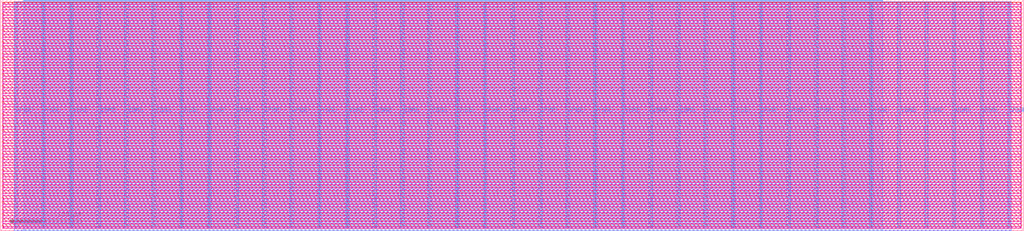
<source format=lef>
VERSION 5.7 ;
  NOWIREEXTENSIONATPIN ON ;
  DIVIDERCHAR "/" ;
  BUSBITCHARS "[]" ;
MACRO tt_um_gf0p2_faust_top
  CLASS BLOCK ;
  FOREIGN tt_um_gf0p2_faust_top ;
  ORIGIN 0.000 0.000 ;
  SIZE 1440.320 BY 325.360 ;
  PIN VGND
    DIRECTION INOUT ;
    USE GROUND ;
    PORT
      LAYER Metal4 ;
        RECT 22.180 3.620 23.780 321.740 ;
    END
    PORT
      LAYER Metal4 ;
        RECT 61.050 3.620 62.650 321.740 ;
    END
    PORT
      LAYER Metal4 ;
        RECT 99.920 3.620 101.520 321.740 ;
    END
    PORT
      LAYER Metal4 ;
        RECT 138.790 3.620 140.390 321.740 ;
    END
    PORT
      LAYER Metal4 ;
        RECT 177.660 3.620 179.260 321.740 ;
    END
    PORT
      LAYER Metal4 ;
        RECT 216.530 3.620 218.130 321.740 ;
    END
    PORT
      LAYER Metal4 ;
        RECT 255.400 3.620 257.000 321.740 ;
    END
    PORT
      LAYER Metal4 ;
        RECT 294.270 3.620 295.870 321.740 ;
    END
    PORT
      LAYER Metal4 ;
        RECT 333.140 3.620 334.740 321.740 ;
    END
    PORT
      LAYER Metal4 ;
        RECT 372.010 3.620 373.610 321.740 ;
    END
    PORT
      LAYER Metal4 ;
        RECT 410.880 3.620 412.480 321.740 ;
    END
    PORT
      LAYER Metal4 ;
        RECT 449.750 3.620 451.350 321.740 ;
    END
    PORT
      LAYER Metal4 ;
        RECT 488.620 3.620 490.220 321.740 ;
    END
    PORT
      LAYER Metal4 ;
        RECT 527.490 3.620 529.090 321.740 ;
    END
    PORT
      LAYER Metal4 ;
        RECT 566.360 3.620 567.960 321.740 ;
    END
    PORT
      LAYER Metal4 ;
        RECT 605.230 3.620 606.830 321.740 ;
    END
    PORT
      LAYER Metal4 ;
        RECT 644.100 3.620 645.700 321.740 ;
    END
    PORT
      LAYER Metal4 ;
        RECT 682.970 3.620 684.570 321.740 ;
    END
    PORT
      LAYER Metal4 ;
        RECT 721.840 3.620 723.440 321.740 ;
    END
    PORT
      LAYER Metal4 ;
        RECT 760.710 3.620 762.310 321.740 ;
    END
    PORT
      LAYER Metal4 ;
        RECT 799.580 3.620 801.180 321.740 ;
    END
    PORT
      LAYER Metal4 ;
        RECT 838.450 3.620 840.050 321.740 ;
    END
    PORT
      LAYER Metal4 ;
        RECT 877.320 3.620 878.920 321.740 ;
    END
    PORT
      LAYER Metal4 ;
        RECT 916.190 3.620 917.790 321.740 ;
    END
    PORT
      LAYER Metal4 ;
        RECT 955.060 3.620 956.660 321.740 ;
    END
    PORT
      LAYER Metal4 ;
        RECT 993.930 3.620 995.530 321.740 ;
    END
    PORT
      LAYER Metal4 ;
        RECT 1032.800 3.620 1034.400 321.740 ;
    END
    PORT
      LAYER Metal4 ;
        RECT 1071.670 3.620 1073.270 321.740 ;
    END
    PORT
      LAYER Metal4 ;
        RECT 1110.540 3.620 1112.140 321.740 ;
    END
    PORT
      LAYER Metal4 ;
        RECT 1149.410 3.620 1151.010 321.740 ;
    END
    PORT
      LAYER Metal4 ;
        RECT 1188.280 3.620 1189.880 321.740 ;
    END
    PORT
      LAYER Metal4 ;
        RECT 1227.150 3.620 1228.750 321.740 ;
    END
    PORT
      LAYER Metal4 ;
        RECT 1266.020 3.620 1267.620 321.740 ;
    END
    PORT
      LAYER Metal4 ;
        RECT 1304.890 3.620 1306.490 321.740 ;
    END
    PORT
      LAYER Metal4 ;
        RECT 1343.760 3.620 1345.360 321.740 ;
    END
    PORT
      LAYER Metal4 ;
        RECT 1382.630 3.620 1384.230 321.740 ;
    END
    PORT
      LAYER Metal4 ;
        RECT 1421.500 3.620 1423.100 321.740 ;
    END
  END VGND
  PIN VPWR
    DIRECTION INOUT ;
    USE POWER ;
    PORT
      LAYER Metal4 ;
        RECT 18.880 3.620 20.480 321.740 ;
    END
    PORT
      LAYER Metal4 ;
        RECT 57.750 3.620 59.350 321.740 ;
    END
    PORT
      LAYER Metal4 ;
        RECT 96.620 3.620 98.220 321.740 ;
    END
    PORT
      LAYER Metal4 ;
        RECT 135.490 3.620 137.090 321.740 ;
    END
    PORT
      LAYER Metal4 ;
        RECT 174.360 3.620 175.960 321.740 ;
    END
    PORT
      LAYER Metal4 ;
        RECT 213.230 3.620 214.830 321.740 ;
    END
    PORT
      LAYER Metal4 ;
        RECT 252.100 3.620 253.700 321.740 ;
    END
    PORT
      LAYER Metal4 ;
        RECT 290.970 3.620 292.570 321.740 ;
    END
    PORT
      LAYER Metal4 ;
        RECT 329.840 3.620 331.440 321.740 ;
    END
    PORT
      LAYER Metal4 ;
        RECT 368.710 3.620 370.310 321.740 ;
    END
    PORT
      LAYER Metal4 ;
        RECT 407.580 3.620 409.180 321.740 ;
    END
    PORT
      LAYER Metal4 ;
        RECT 446.450 3.620 448.050 321.740 ;
    END
    PORT
      LAYER Metal4 ;
        RECT 485.320 3.620 486.920 321.740 ;
    END
    PORT
      LAYER Metal4 ;
        RECT 524.190 3.620 525.790 321.740 ;
    END
    PORT
      LAYER Metal4 ;
        RECT 563.060 3.620 564.660 321.740 ;
    END
    PORT
      LAYER Metal4 ;
        RECT 601.930 3.620 603.530 321.740 ;
    END
    PORT
      LAYER Metal4 ;
        RECT 640.800 3.620 642.400 321.740 ;
    END
    PORT
      LAYER Metal4 ;
        RECT 679.670 3.620 681.270 321.740 ;
    END
    PORT
      LAYER Metal4 ;
        RECT 718.540 3.620 720.140 321.740 ;
    END
    PORT
      LAYER Metal4 ;
        RECT 757.410 3.620 759.010 321.740 ;
    END
    PORT
      LAYER Metal4 ;
        RECT 796.280 3.620 797.880 321.740 ;
    END
    PORT
      LAYER Metal4 ;
        RECT 835.150 3.620 836.750 321.740 ;
    END
    PORT
      LAYER Metal4 ;
        RECT 874.020 3.620 875.620 321.740 ;
    END
    PORT
      LAYER Metal4 ;
        RECT 912.890 3.620 914.490 321.740 ;
    END
    PORT
      LAYER Metal4 ;
        RECT 951.760 3.620 953.360 321.740 ;
    END
    PORT
      LAYER Metal4 ;
        RECT 990.630 3.620 992.230 321.740 ;
    END
    PORT
      LAYER Metal4 ;
        RECT 1029.500 3.620 1031.100 321.740 ;
    END
    PORT
      LAYER Metal4 ;
        RECT 1068.370 3.620 1069.970 321.740 ;
    END
    PORT
      LAYER Metal4 ;
        RECT 1107.240 3.620 1108.840 321.740 ;
    END
    PORT
      LAYER Metal4 ;
        RECT 1146.110 3.620 1147.710 321.740 ;
    END
    PORT
      LAYER Metal4 ;
        RECT 1184.980 3.620 1186.580 321.740 ;
    END
    PORT
      LAYER Metal4 ;
        RECT 1223.850 3.620 1225.450 321.740 ;
    END
    PORT
      LAYER Metal4 ;
        RECT 1262.720 3.620 1264.320 321.740 ;
    END
    PORT
      LAYER Metal4 ;
        RECT 1301.590 3.620 1303.190 321.740 ;
    END
    PORT
      LAYER Metal4 ;
        RECT 1340.460 3.620 1342.060 321.740 ;
    END
    PORT
      LAYER Metal4 ;
        RECT 1379.330 3.620 1380.930 321.740 ;
    END
    PORT
      LAYER Metal4 ;
        RECT 1418.200 3.620 1419.800 321.740 ;
    END
  END VPWR
  PIN clk
    DIRECTION INPUT ;
    USE SIGNAL ;
    ANTENNAGATEAREA 4.738000 ;
    PORT
      LAYER Metal4 ;
        RECT 331.090 324.360 331.390 325.360 ;
    END
  END clk
  PIN ena
    DIRECTION INPUT ;
    USE SIGNAL ;
    PORT
      LAYER Metal4 ;
        RECT 338.370 324.360 338.670 325.360 ;
    END
  END ena
  PIN rst_n
    DIRECTION INPUT ;
    USE SIGNAL ;
    ANTENNAGATEAREA 1.183000 ;
    PORT
      LAYER Metal4 ;
        RECT 323.810 324.360 324.110 325.360 ;
    END
  END rst_n
  PIN ui_in[0]
    DIRECTION INPUT ;
    USE SIGNAL ;
    ANTENNAGATEAREA 0.396000 ;
    PORT
      LAYER Metal4 ;
        RECT 316.530 324.360 316.830 325.360 ;
    END
  END ui_in[0]
  PIN ui_in[1]
    DIRECTION INPUT ;
    USE SIGNAL ;
    ANTENNAGATEAREA 0.396000 ;
    PORT
      LAYER Metal4 ;
        RECT 309.250 324.360 309.550 325.360 ;
    END
  END ui_in[1]
  PIN ui_in[2]
    DIRECTION INPUT ;
    USE SIGNAL ;
    ANTENNAGATEAREA 0.396000 ;
    PORT
      LAYER Metal4 ;
        RECT 301.970 324.360 302.270 325.360 ;
    END
  END ui_in[2]
  PIN ui_in[3]
    DIRECTION INPUT ;
    USE SIGNAL ;
    ANTENNAGATEAREA 0.396000 ;
    PORT
      LAYER Metal4 ;
        RECT 294.690 324.360 294.990 325.360 ;
    END
  END ui_in[3]
  PIN ui_in[4]
    DIRECTION INPUT ;
    USE SIGNAL ;
    ANTENNAGATEAREA 0.396000 ;
    PORT
      LAYER Metal4 ;
        RECT 287.410 324.360 287.710 325.360 ;
    END
  END ui_in[4]
  PIN ui_in[5]
    DIRECTION INPUT ;
    USE SIGNAL ;
    ANTENNAGATEAREA 0.396000 ;
    PORT
      LAYER Metal4 ;
        RECT 280.130 324.360 280.430 325.360 ;
    END
  END ui_in[5]
  PIN ui_in[6]
    DIRECTION INPUT ;
    USE SIGNAL ;
    ANTENNAGATEAREA 0.396000 ;
    PORT
      LAYER Metal4 ;
        RECT 272.850 324.360 273.150 325.360 ;
    END
  END ui_in[6]
  PIN ui_in[7]
    DIRECTION INPUT ;
    USE SIGNAL ;
    ANTENNAGATEAREA 0.396000 ;
    PORT
      LAYER Metal4 ;
        RECT 265.570 324.360 265.870 325.360 ;
    END
  END ui_in[7]
  PIN uio_in[0]
    DIRECTION INPUT ;
    USE SIGNAL ;
    PORT
      LAYER Metal4 ;
        RECT 258.290 324.360 258.590 325.360 ;
    END
  END uio_in[0]
  PIN uio_in[1]
    DIRECTION INPUT ;
    USE SIGNAL ;
    PORT
      LAYER Metal4 ;
        RECT 251.010 324.360 251.310 325.360 ;
    END
  END uio_in[1]
  PIN uio_in[2]
    DIRECTION INPUT ;
    USE SIGNAL ;
    PORT
      LAYER Metal4 ;
        RECT 243.730 324.360 244.030 325.360 ;
    END
  END uio_in[2]
  PIN uio_in[3]
    DIRECTION INPUT ;
    USE SIGNAL ;
    PORT
      LAYER Metal4 ;
        RECT 236.450 324.360 236.750 325.360 ;
    END
  END uio_in[3]
  PIN uio_in[4]
    DIRECTION INPUT ;
    USE SIGNAL ;
    PORT
      LAYER Metal4 ;
        RECT 229.170 324.360 229.470 325.360 ;
    END
  END uio_in[4]
  PIN uio_in[5]
    DIRECTION INPUT ;
    USE SIGNAL ;
    PORT
      LAYER Metal4 ;
        RECT 221.890 324.360 222.190 325.360 ;
    END
  END uio_in[5]
  PIN uio_in[6]
    DIRECTION INPUT ;
    USE SIGNAL ;
    PORT
      LAYER Metal4 ;
        RECT 214.610 324.360 214.910 325.360 ;
    END
  END uio_in[6]
  PIN uio_in[7]
    DIRECTION INPUT ;
    USE SIGNAL ;
    PORT
      LAYER Metal4 ;
        RECT 207.330 324.360 207.630 325.360 ;
    END
  END uio_in[7]
  PIN uio_oe[0]
    DIRECTION OUTPUT ;
    USE SIGNAL ;
    ANTENNADIFFAREA 0.360800 ;
    PORT
      LAYER Metal4 ;
        RECT 83.570 324.360 83.870 325.360 ;
    END
  END uio_oe[0]
  PIN uio_oe[1]
    DIRECTION OUTPUT ;
    USE SIGNAL ;
    ANTENNADIFFAREA 0.360800 ;
    PORT
      LAYER Metal4 ;
        RECT 76.290 324.360 76.590 325.360 ;
    END
  END uio_oe[1]
  PIN uio_oe[2]
    DIRECTION OUTPUT ;
    USE SIGNAL ;
    ANTENNADIFFAREA 0.360800 ;
    PORT
      LAYER Metal4 ;
        RECT 69.010 324.360 69.310 325.360 ;
    END
  END uio_oe[2]
  PIN uio_oe[3]
    DIRECTION OUTPUT ;
    USE SIGNAL ;
    ANTENNADIFFAREA 0.360800 ;
    PORT
      LAYER Metal4 ;
        RECT 61.730 324.360 62.030 325.360 ;
    END
  END uio_oe[3]
  PIN uio_oe[4]
    DIRECTION OUTPUT ;
    USE SIGNAL ;
    ANTENNADIFFAREA 0.360800 ;
    PORT
      LAYER Metal4 ;
        RECT 54.450 324.360 54.750 325.360 ;
    END
  END uio_oe[4]
  PIN uio_oe[5]
    DIRECTION OUTPUT ;
    USE SIGNAL ;
    ANTENNADIFFAREA 0.360800 ;
    PORT
      LAYER Metal4 ;
        RECT 47.170 324.360 47.470 325.360 ;
    END
  END uio_oe[5]
  PIN uio_oe[6]
    DIRECTION OUTPUT ;
    USE SIGNAL ;
    ANTENNADIFFAREA 0.360800 ;
    PORT
      LAYER Metal4 ;
        RECT 39.890 324.360 40.190 325.360 ;
    END
  END uio_oe[6]
  PIN uio_oe[7]
    DIRECTION OUTPUT ;
    USE SIGNAL ;
    ANTENNADIFFAREA 0.360800 ;
    PORT
      LAYER Metal4 ;
        RECT 32.610 324.360 32.910 325.360 ;
    END
  END uio_oe[7]
  PIN uio_out[0]
    DIRECTION OUTPUT ;
    USE SIGNAL ;
    ANTENNADIFFAREA 0.360800 ;
    PORT
      LAYER Metal4 ;
        RECT 141.810 324.360 142.110 325.360 ;
    END
  END uio_out[0]
  PIN uio_out[1]
    DIRECTION OUTPUT ;
    USE SIGNAL ;
    ANTENNADIFFAREA 0.360800 ;
    PORT
      LAYER Metal4 ;
        RECT 134.530 324.360 134.830 325.360 ;
    END
  END uio_out[1]
  PIN uio_out[2]
    DIRECTION OUTPUT ;
    USE SIGNAL ;
    ANTENNADIFFAREA 0.360800 ;
    PORT
      LAYER Metal4 ;
        RECT 127.250 324.360 127.550 325.360 ;
    END
  END uio_out[2]
  PIN uio_out[3]
    DIRECTION OUTPUT ;
    USE SIGNAL ;
    ANTENNADIFFAREA 0.360800 ;
    PORT
      LAYER Metal4 ;
        RECT 119.970 324.360 120.270 325.360 ;
    END
  END uio_out[3]
  PIN uio_out[4]
    DIRECTION OUTPUT ;
    USE SIGNAL ;
    ANTENNADIFFAREA 0.360800 ;
    PORT
      LAYER Metal4 ;
        RECT 112.690 324.360 112.990 325.360 ;
    END
  END uio_out[4]
  PIN uio_out[5]
    DIRECTION OUTPUT ;
    USE SIGNAL ;
    ANTENNADIFFAREA 0.360800 ;
    PORT
      LAYER Metal4 ;
        RECT 105.410 324.360 105.710 325.360 ;
    END
  END uio_out[5]
  PIN uio_out[6]
    DIRECTION OUTPUT ;
    USE SIGNAL ;
    ANTENNADIFFAREA 0.360800 ;
    PORT
      LAYER Metal4 ;
        RECT 98.130 324.360 98.430 325.360 ;
    END
  END uio_out[6]
  PIN uio_out[7]
    DIRECTION OUTPUT ;
    USE SIGNAL ;
    ANTENNADIFFAREA 0.360800 ;
    PORT
      LAYER Metal4 ;
        RECT 90.850 324.360 91.150 325.360 ;
    END
  END uio_out[7]
  PIN uo_out[0]
    DIRECTION OUTPUT ;
    USE SIGNAL ;
    ANTENNAGATEAREA 1.102000 ;
    ANTENNADIFFAREA 2.604400 ;
    PORT
      LAYER Metal4 ;
        RECT 200.050 324.360 200.350 325.360 ;
    END
  END uo_out[0]
  PIN uo_out[1]
    DIRECTION OUTPUT ;
    USE SIGNAL ;
    ANTENNAGATEAREA 1.102000 ;
    ANTENNADIFFAREA 2.604400 ;
    PORT
      LAYER Metal4 ;
        RECT 192.770 324.360 193.070 325.360 ;
    END
  END uo_out[1]
  PIN uo_out[2]
    DIRECTION OUTPUT ;
    USE SIGNAL ;
    ANTENNAGATEAREA 1.102000 ;
    ANTENNADIFFAREA 2.604400 ;
    PORT
      LAYER Metal4 ;
        RECT 185.490 324.360 185.790 325.360 ;
    END
  END uo_out[2]
  PIN uo_out[3]
    DIRECTION OUTPUT ;
    USE SIGNAL ;
    ANTENNAGATEAREA 1.102000 ;
    ANTENNADIFFAREA 2.604400 ;
    PORT
      LAYER Metal4 ;
        RECT 178.210 324.360 178.510 325.360 ;
    END
  END uo_out[3]
  PIN uo_out[4]
    DIRECTION OUTPUT ;
    USE SIGNAL ;
    ANTENNAGATEAREA 1.102000 ;
    ANTENNADIFFAREA 2.604400 ;
    PORT
      LAYER Metal4 ;
        RECT 170.930 324.360 171.230 325.360 ;
    END
  END uo_out[4]
  PIN uo_out[5]
    DIRECTION OUTPUT ;
    USE SIGNAL ;
    ANTENNAGATEAREA 1.102000 ;
    ANTENNADIFFAREA 2.604400 ;
    PORT
      LAYER Metal4 ;
        RECT 163.650 324.360 163.950 325.360 ;
    END
  END uo_out[5]
  PIN uo_out[6]
    DIRECTION OUTPUT ;
    USE SIGNAL ;
    ANTENNAGATEAREA 1.102000 ;
    ANTENNADIFFAREA 2.604400 ;
    PORT
      LAYER Metal4 ;
        RECT 156.370 324.360 156.670 325.360 ;
    END
  END uo_out[6]
  PIN uo_out[7]
    DIRECTION OUTPUT ;
    USE SIGNAL ;
    ANTENNAGATEAREA 1.102000 ;
    ANTENNADIFFAREA 2.604400 ;
    PORT
      LAYER Metal4 ;
        RECT 149.090 324.360 149.390 325.360 ;
    END
  END uo_out[7]
  OBS
      LAYER Nwell ;
        RECT 2.930 319.280 1437.390 321.870 ;
      LAYER Pwell ;
        RECT 2.930 315.760 1437.390 319.280 ;
      LAYER Nwell ;
        RECT 2.930 311.440 1437.390 315.760 ;
      LAYER Pwell ;
        RECT 2.930 307.920 1437.390 311.440 ;
      LAYER Nwell ;
        RECT 2.930 303.600 1437.390 307.920 ;
      LAYER Pwell ;
        RECT 2.930 300.080 1437.390 303.600 ;
      LAYER Nwell ;
        RECT 2.930 295.760 1437.390 300.080 ;
      LAYER Pwell ;
        RECT 2.930 292.240 1437.390 295.760 ;
      LAYER Nwell ;
        RECT 2.930 287.920 1437.390 292.240 ;
      LAYER Pwell ;
        RECT 2.930 284.400 1437.390 287.920 ;
      LAYER Nwell ;
        RECT 2.930 280.080 1437.390 284.400 ;
      LAYER Pwell ;
        RECT 2.930 276.560 1437.390 280.080 ;
      LAYER Nwell ;
        RECT 2.930 272.240 1437.390 276.560 ;
      LAYER Pwell ;
        RECT 2.930 268.720 1437.390 272.240 ;
      LAYER Nwell ;
        RECT 2.930 264.400 1437.390 268.720 ;
      LAYER Pwell ;
        RECT 2.930 260.880 1437.390 264.400 ;
      LAYER Nwell ;
        RECT 2.930 256.560 1437.390 260.880 ;
      LAYER Pwell ;
        RECT 2.930 253.040 1437.390 256.560 ;
      LAYER Nwell ;
        RECT 2.930 248.720 1437.390 253.040 ;
      LAYER Pwell ;
        RECT 2.930 245.200 1437.390 248.720 ;
      LAYER Nwell ;
        RECT 2.930 240.880 1437.390 245.200 ;
      LAYER Pwell ;
        RECT 2.930 237.360 1437.390 240.880 ;
      LAYER Nwell ;
        RECT 2.930 233.040 1437.390 237.360 ;
      LAYER Pwell ;
        RECT 2.930 229.520 1437.390 233.040 ;
      LAYER Nwell ;
        RECT 2.930 225.200 1437.390 229.520 ;
      LAYER Pwell ;
        RECT 2.930 221.680 1437.390 225.200 ;
      LAYER Nwell ;
        RECT 2.930 217.360 1437.390 221.680 ;
      LAYER Pwell ;
        RECT 2.930 213.840 1437.390 217.360 ;
      LAYER Nwell ;
        RECT 2.930 209.520 1437.390 213.840 ;
      LAYER Pwell ;
        RECT 2.930 206.000 1437.390 209.520 ;
      LAYER Nwell ;
        RECT 2.930 201.680 1437.390 206.000 ;
      LAYER Pwell ;
        RECT 2.930 198.160 1437.390 201.680 ;
      LAYER Nwell ;
        RECT 2.930 193.840 1437.390 198.160 ;
      LAYER Pwell ;
        RECT 2.930 190.320 1437.390 193.840 ;
      LAYER Nwell ;
        RECT 2.930 186.000 1437.390 190.320 ;
      LAYER Pwell ;
        RECT 2.930 182.480 1437.390 186.000 ;
      LAYER Nwell ;
        RECT 2.930 178.160 1437.390 182.480 ;
      LAYER Pwell ;
        RECT 2.930 174.640 1437.390 178.160 ;
      LAYER Nwell ;
        RECT 2.930 170.320 1437.390 174.640 ;
      LAYER Pwell ;
        RECT 2.930 166.800 1437.390 170.320 ;
      LAYER Nwell ;
        RECT 2.930 162.480 1437.390 166.800 ;
      LAYER Pwell ;
        RECT 2.930 158.960 1437.390 162.480 ;
      LAYER Nwell ;
        RECT 2.930 154.640 1437.390 158.960 ;
      LAYER Pwell ;
        RECT 2.930 151.120 1437.390 154.640 ;
      LAYER Nwell ;
        RECT 2.930 146.800 1437.390 151.120 ;
      LAYER Pwell ;
        RECT 2.930 143.280 1437.390 146.800 ;
      LAYER Nwell ;
        RECT 2.930 138.960 1437.390 143.280 ;
      LAYER Pwell ;
        RECT 2.930 135.440 1437.390 138.960 ;
      LAYER Nwell ;
        RECT 2.930 131.120 1437.390 135.440 ;
      LAYER Pwell ;
        RECT 2.930 127.600 1437.390 131.120 ;
      LAYER Nwell ;
        RECT 2.930 123.280 1437.390 127.600 ;
      LAYER Pwell ;
        RECT 2.930 119.760 1437.390 123.280 ;
      LAYER Nwell ;
        RECT 2.930 115.440 1437.390 119.760 ;
      LAYER Pwell ;
        RECT 2.930 111.920 1437.390 115.440 ;
      LAYER Nwell ;
        RECT 2.930 107.600 1437.390 111.920 ;
      LAYER Pwell ;
        RECT 2.930 104.080 1437.390 107.600 ;
      LAYER Nwell ;
        RECT 2.930 99.760 1437.390 104.080 ;
      LAYER Pwell ;
        RECT 2.930 96.240 1437.390 99.760 ;
      LAYER Nwell ;
        RECT 2.930 91.920 1437.390 96.240 ;
      LAYER Pwell ;
        RECT 2.930 88.400 1437.390 91.920 ;
      LAYER Nwell ;
        RECT 2.930 84.080 1437.390 88.400 ;
      LAYER Pwell ;
        RECT 2.930 80.560 1437.390 84.080 ;
      LAYER Nwell ;
        RECT 2.930 76.240 1437.390 80.560 ;
      LAYER Pwell ;
        RECT 2.930 72.720 1437.390 76.240 ;
      LAYER Nwell ;
        RECT 2.930 68.400 1437.390 72.720 ;
      LAYER Pwell ;
        RECT 2.930 64.880 1437.390 68.400 ;
      LAYER Nwell ;
        RECT 2.930 60.560 1437.390 64.880 ;
      LAYER Pwell ;
        RECT 2.930 57.040 1437.390 60.560 ;
      LAYER Nwell ;
        RECT 2.930 52.720 1437.390 57.040 ;
      LAYER Pwell ;
        RECT 2.930 49.200 1437.390 52.720 ;
      LAYER Nwell ;
        RECT 2.930 44.880 1437.390 49.200 ;
      LAYER Pwell ;
        RECT 2.930 41.360 1437.390 44.880 ;
      LAYER Nwell ;
        RECT 2.930 37.040 1437.390 41.360 ;
      LAYER Pwell ;
        RECT 2.930 33.520 1437.390 37.040 ;
      LAYER Nwell ;
        RECT 2.930 29.200 1437.390 33.520 ;
      LAYER Pwell ;
        RECT 2.930 25.680 1437.390 29.200 ;
      LAYER Nwell ;
        RECT 2.930 21.360 1437.390 25.680 ;
      LAYER Pwell ;
        RECT 2.930 17.840 1437.390 21.360 ;
      LAYER Nwell ;
        RECT 2.930 13.520 1437.390 17.840 ;
      LAYER Pwell ;
        RECT 2.930 10.000 1437.390 13.520 ;
      LAYER Nwell ;
        RECT 2.930 5.680 1437.390 10.000 ;
      LAYER Pwell ;
        RECT 2.930 3.490 1437.390 5.680 ;
      LAYER Metal1 ;
        RECT 3.360 3.620 1436.960 321.740 ;
      LAYER Metal2 ;
        RECT 19.020 0.090 1422.960 322.470 ;
      LAYER Metal3 ;
        RECT 18.970 0.140 1423.010 322.420 ;
      LAYER Metal4 ;
        RECT 33.210 324.060 39.590 324.360 ;
        RECT 40.490 324.060 46.870 324.360 ;
        RECT 47.770 324.060 54.150 324.360 ;
        RECT 55.050 324.060 61.430 324.360 ;
        RECT 62.330 324.060 68.710 324.360 ;
        RECT 69.610 324.060 75.990 324.360 ;
        RECT 76.890 324.060 83.270 324.360 ;
        RECT 84.170 324.060 90.550 324.360 ;
        RECT 91.450 324.060 97.830 324.360 ;
        RECT 98.730 324.060 105.110 324.360 ;
        RECT 106.010 324.060 112.390 324.360 ;
        RECT 113.290 324.060 119.670 324.360 ;
        RECT 120.570 324.060 126.950 324.360 ;
        RECT 127.850 324.060 134.230 324.360 ;
        RECT 135.130 324.060 141.510 324.360 ;
        RECT 142.410 324.060 148.790 324.360 ;
        RECT 149.690 324.060 156.070 324.360 ;
        RECT 156.970 324.060 163.350 324.360 ;
        RECT 164.250 324.060 170.630 324.360 ;
        RECT 171.530 324.060 177.910 324.360 ;
        RECT 178.810 324.060 185.190 324.360 ;
        RECT 186.090 324.060 192.470 324.360 ;
        RECT 193.370 324.060 199.750 324.360 ;
        RECT 200.650 324.060 207.030 324.360 ;
        RECT 207.930 324.060 214.310 324.360 ;
        RECT 215.210 324.060 221.590 324.360 ;
        RECT 222.490 324.060 228.870 324.360 ;
        RECT 229.770 324.060 236.150 324.360 ;
        RECT 237.050 324.060 243.430 324.360 ;
        RECT 244.330 324.060 250.710 324.360 ;
        RECT 251.610 324.060 257.990 324.360 ;
        RECT 258.890 324.060 265.270 324.360 ;
        RECT 266.170 324.060 272.550 324.360 ;
        RECT 273.450 324.060 279.830 324.360 ;
        RECT 280.730 324.060 287.110 324.360 ;
        RECT 288.010 324.060 294.390 324.360 ;
        RECT 295.290 324.060 301.670 324.360 ;
        RECT 302.570 324.060 308.950 324.360 ;
        RECT 309.850 324.060 316.230 324.360 ;
        RECT 317.130 324.060 323.510 324.360 ;
        RECT 324.410 324.060 330.790 324.360 ;
        RECT 331.690 324.060 338.070 324.360 ;
        RECT 338.970 324.060 1241.940 324.360 ;
        RECT 32.620 322.040 1241.940 324.060 ;
        RECT 32.620 3.320 57.450 322.040 ;
        RECT 59.650 3.320 60.750 322.040 ;
        RECT 62.950 3.320 96.320 322.040 ;
        RECT 98.520 3.320 99.620 322.040 ;
        RECT 101.820 3.320 135.190 322.040 ;
        RECT 137.390 3.320 138.490 322.040 ;
        RECT 140.690 3.320 174.060 322.040 ;
        RECT 176.260 3.320 177.360 322.040 ;
        RECT 179.560 3.320 212.930 322.040 ;
        RECT 215.130 3.320 216.230 322.040 ;
        RECT 218.430 3.320 251.800 322.040 ;
        RECT 254.000 3.320 255.100 322.040 ;
        RECT 257.300 3.320 290.670 322.040 ;
        RECT 292.870 3.320 293.970 322.040 ;
        RECT 296.170 3.320 329.540 322.040 ;
        RECT 331.740 3.320 332.840 322.040 ;
        RECT 335.040 3.320 368.410 322.040 ;
        RECT 370.610 3.320 371.710 322.040 ;
        RECT 373.910 3.320 407.280 322.040 ;
        RECT 409.480 3.320 410.580 322.040 ;
        RECT 412.780 3.320 446.150 322.040 ;
        RECT 448.350 3.320 449.450 322.040 ;
        RECT 451.650 3.320 485.020 322.040 ;
        RECT 487.220 3.320 488.320 322.040 ;
        RECT 490.520 3.320 523.890 322.040 ;
        RECT 526.090 3.320 527.190 322.040 ;
        RECT 529.390 3.320 562.760 322.040 ;
        RECT 564.960 3.320 566.060 322.040 ;
        RECT 568.260 3.320 601.630 322.040 ;
        RECT 603.830 3.320 604.930 322.040 ;
        RECT 607.130 3.320 640.500 322.040 ;
        RECT 642.700 3.320 643.800 322.040 ;
        RECT 646.000 3.320 679.370 322.040 ;
        RECT 681.570 3.320 682.670 322.040 ;
        RECT 684.870 3.320 718.240 322.040 ;
        RECT 720.440 3.320 721.540 322.040 ;
        RECT 723.740 3.320 757.110 322.040 ;
        RECT 759.310 3.320 760.410 322.040 ;
        RECT 762.610 3.320 795.980 322.040 ;
        RECT 798.180 3.320 799.280 322.040 ;
        RECT 801.480 3.320 834.850 322.040 ;
        RECT 837.050 3.320 838.150 322.040 ;
        RECT 840.350 3.320 873.720 322.040 ;
        RECT 875.920 3.320 877.020 322.040 ;
        RECT 879.220 3.320 912.590 322.040 ;
        RECT 914.790 3.320 915.890 322.040 ;
        RECT 918.090 3.320 951.460 322.040 ;
        RECT 953.660 3.320 954.760 322.040 ;
        RECT 956.960 3.320 990.330 322.040 ;
        RECT 992.530 3.320 993.630 322.040 ;
        RECT 995.830 3.320 1029.200 322.040 ;
        RECT 1031.400 3.320 1032.500 322.040 ;
        RECT 1034.700 3.320 1068.070 322.040 ;
        RECT 1070.270 3.320 1071.370 322.040 ;
        RECT 1073.570 3.320 1106.940 322.040 ;
        RECT 1109.140 3.320 1110.240 322.040 ;
        RECT 1112.440 3.320 1145.810 322.040 ;
        RECT 1148.010 3.320 1149.110 322.040 ;
        RECT 1151.310 3.320 1184.680 322.040 ;
        RECT 1186.880 3.320 1187.980 322.040 ;
        RECT 1190.180 3.320 1223.550 322.040 ;
        RECT 1225.750 3.320 1226.850 322.040 ;
        RECT 1229.050 3.320 1241.940 322.040 ;
        RECT 32.620 0.090 1241.940 3.320 ;
  END
END tt_um_gf0p2_faust_top
END LIBRARY


</source>
